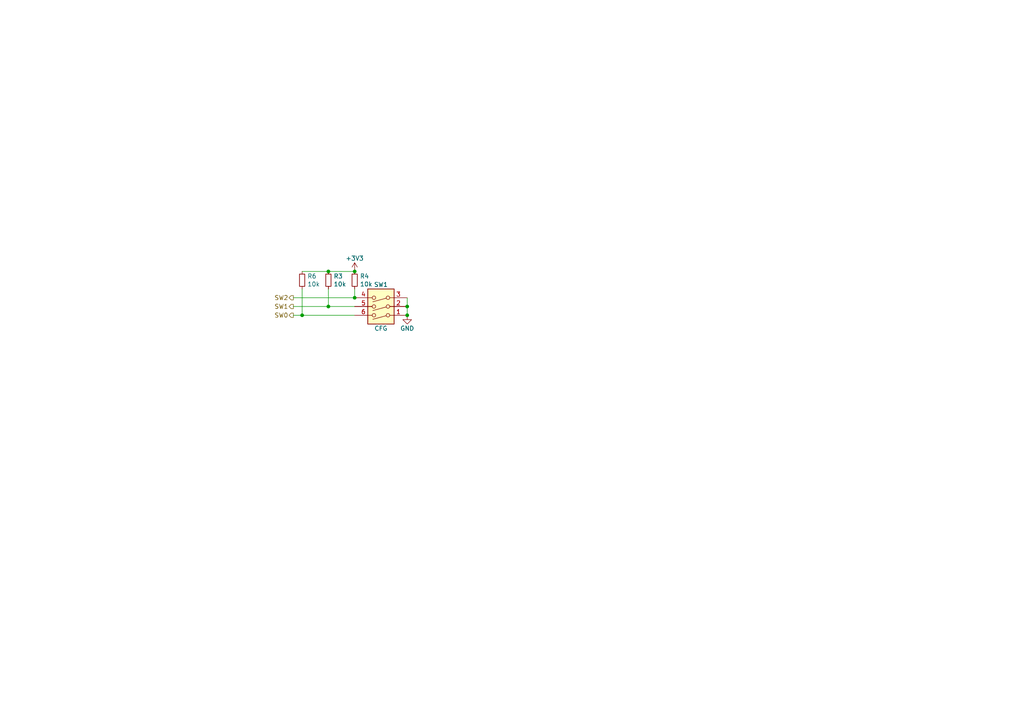
<source format=kicad_sch>
(kicad_sch (version 20211123) (generator eeschema)
  (paper "A4")
  (lib_symbols
    (symbol "Device:R_Small" (pin_numbers hide) (pin_names (offset 0.254) hide)
      (property "Reference" "R" (at 0.762 0.508 0))
      (property "Value" "R_Small" (at 0.762 -1.016 0))
      (symbol "R_Small_0_1"
        (rectangle (start -0.762 1.778) (end 0.762 -1.778) (stroke (width 0.2032)))
      )
      (symbol "R_Small_1_1"
        (pin passive line (at 0 2.54 270) (length 0.762) (name "~") (number "1"))
        (pin passive line (at 0 -2.54 90) (length 0.762) (name "~") (number "2"))
      )
    )
    (symbol "Switch:SW_DIP_x03" (pin_names (offset 0) hide)
      (property "Reference" "SW" (at 0 8.89 0))
      (property "Value" "SW_DIP_x03" (at 0 -3.81 0))
      (symbol "SW_DIP_x03_0_0"
        (circle (center -2.032 0) (radius 0.508))
        (circle (center -2.032 2.54) (radius 0.508))
        (circle (center -2.032 5.08) (radius 0.508))
        (polyline (pts (xy -1.524 0.127) (xy 2.3622 1.1684)))
        (polyline (pts (xy -1.524 2.667) (xy 2.3622 3.7084)))
        (polyline (pts (xy -1.524 5.207) (xy 2.3622 6.2484)))
        (circle (center 2.032 0) (radius 0.508))
        (circle (center 2.032 2.54) (radius 0.508))
        (circle (center 2.032 5.08) (radius 0.508))
      )
      (symbol "SW_DIP_x03_0_1"
        (rectangle (start -3.81 7.62) (end 3.81 -2.54) (stroke (width 0.254)) (fill (type background)))
      )
      (symbol "SW_DIP_x03_1_1"
        (pin passive line (at -7.62 5.08 0) (length 5.08) (name "~") (number "1"))
        (pin passive line (at -7.62 2.54 0) (length 5.08) (name "~") (number "2"))
        (pin passive line (at -7.62 0 0) (length 5.08) (name "~") (number "3"))
        (pin passive line (at 7.62 0 180) (length 5.08) (name "~") (number "4"))
        (pin passive line (at 7.62 2.54 180) (length 5.08) (name "~") (number "5"))
        (pin passive line (at 7.62 5.08 180) (length 5.08) (name "~") (number "6"))
      )
    )
    (symbol "power:+3V3" (power) (pin_names (offset 0))
      (property "Value" "+3V3" (at 0 3.556 0))
      (symbol "+3V3_0_1"
        (polyline (pts (xy -0.762 1.27) (xy 0 2.54)))
        (polyline (pts (xy 0 0) (xy 0 2.54)))
        (polyline (pts (xy 0 2.54) (xy 0.762 1.27)))
      )
      (symbol "+3V3_1_1"
        (pin power_in line (at 0 0 90) (length 0) hide (name "+3V3") (number "1"))
      )
    )
    (symbol "power:GND" (power) (pin_names (offset 0))
      (property "Value" "GND" (at 0 -3.81 0))
      (symbol "GND_0_1"
        (polyline (pts (xy 0 0) (xy 0 -1.27) (xy 1.27 -1.27) (xy 0 -2.54) (xy -1.27 -1.27) (xy 0 -1.27)))
      )
      (symbol "GND_1_1"
        (pin power_in line (at 0 0 270) (length 0) hide (name "GND") (number "1"))
      )
    )
  )
  (junction (at 95.25 88.9))
  (junction (at 87.63 91.44))
  (junction (at 118.11 91.44))
  (junction (at 102.87 78.74))
  (junction (at 118.11 88.9))
  (junction (at 102.87 86.36))
  (junction (at 95.25 78.74))
  (wire (pts (xy 87.63 78.74) (xy 95.25 78.74)))
  (wire (pts (xy 95.25 88.9) (xy 102.87 88.9)))
  (wire (pts (xy 118.11 91.44) (xy 118.11 88.9)))
  (wire (pts (xy 85.09 86.36) (xy 102.87 86.36)))
  (wire (pts (xy 118.11 86.36) (xy 118.11 88.9)))
  (wire (pts (xy 102.87 83.82) (xy 102.87 86.36)))
  (wire (pts (xy 87.63 91.44) (xy 102.87 91.44)))
  (wire (pts (xy 85.09 91.44) (xy 87.63 91.44)))
  (wire (pts (xy 87.63 83.82) (xy 87.63 91.44)))
  (wire (pts (xy 85.09 88.9) (xy 95.25 88.9)))
  (wire (pts (xy 95.25 78.74) (xy 102.87 78.74)))
  (wire (pts (xy 95.25 83.82) (xy 95.25 88.9)))
  (hierarchical_label "SW1" (shape output) (at 85.09 88.9 180))
  (hierarchical_label "SW0" (shape output) (at 85.09 91.44 180))
  (hierarchical_label "SW2" (shape output) (at 85.09 86.36 180))
  (symbol (lib_id "Switch:SW_DIP_x03") (at 110.49 86.36 180) (unit 1)
    (property "Reference" "SW1" (at 110.49 82.55 0))
    (property "Value" "CFG" (at 110.49 95.25 0))
    (property "Footprint" "stdpads:SW_DIP_SPSTx03_Slide_DSHP03TS_P1.27mm" (effects hide))
    (property "LCSC Part" "C319051" (effects hide))
  )
  (symbol (lib_id "Device:R_Small") (at 102.87 81.28 0) (unit 1)
    (property "Reference" "R4" (at 104.3686 80.1116 0) (effects (justify left)))
    (property "Value" "10k" (at 104.3686 82.423 0) (effects (justify left)))
    (property "Footprint" "stdpads:R_0603" (effects hide))
    (property "LCSC Part" "C25804" (effects hide))
  )
  (symbol (lib_id "Device:R_Small") (at 95.25 81.28 0) (unit 1)
    (property "Reference" "R3" (at 96.7486 80.1116 0) (effects (justify left)))
    (property "Value" "10k" (at 96.7486 82.423 0) (effects (justify left)))
    (property "Footprint" "stdpads:R_0603" (effects hide))
    (property "LCSC Part" "C25804" (effects hide))
  )
  (symbol (lib_id "power:GND") (at 118.11 91.44 0) (unit 1)
    (property "Reference" "#PWR0118" (effects hide))
    (property "Value" "GND" (at 118.11 95.25 0))
  )
  (symbol (lib_id "Device:R_Small") (at 87.63 81.28 0) (unit 1)
    (property "Reference" "R6" (at 89.1286 80.1116 0) (effects (justify left)))
    (property "Value" "10k" (at 89.1286 82.423 0) (effects (justify left)))
    (property "Footprint" "stdpads:R_0603" (effects hide))
    (property "LCSC Part" "C25804" (effects hide))
  )
  (symbol (lib_id "power:+3V3") (at 102.87 78.74 0) (unit 1)
    (property "Reference" "#PWR0115" (effects hide))
    (property "Value" "+3V3" (at 102.87 74.93 0))
  )
)
</source>
